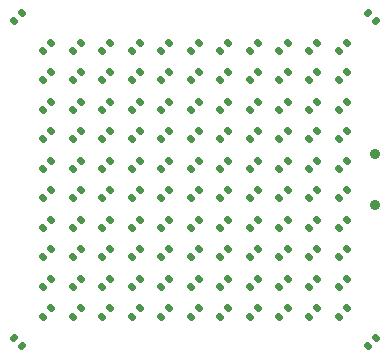
<source format=gbr>
%TF.GenerationSoftware,KiCad,Pcbnew,7.0.7*%
%TF.CreationDate,2023-11-05T15:43:27+10:00*%
%TF.ProjectId,LEDBoard,4c454442-6f61-4726-942e-6b696361645f,rev?*%
%TF.SameCoordinates,Original*%
%TF.FileFunction,Soldermask,Top*%
%TF.FilePolarity,Negative*%
%FSLAX46Y46*%
G04 Gerber Fmt 4.6, Leading zero omitted, Abs format (unit mm)*
G04 Created by KiCad (PCBNEW 7.0.7) date 2023-11-05 15:43:27*
%MOMM*%
%LPD*%
G01*
G04 APERTURE LIST*
G04 Aperture macros list*
%AMRoundRect*
0 Rectangle with rounded corners*
0 $1 Rounding radius*
0 $2 $3 $4 $5 $6 $7 $8 $9 X,Y pos of 4 corners*
0 Add a 4 corners polygon primitive as box body*
4,1,4,$2,$3,$4,$5,$6,$7,$8,$9,$2,$3,0*
0 Add four circle primitives for the rounded corners*
1,1,$1+$1,$2,$3*
1,1,$1+$1,$4,$5*
1,1,$1+$1,$6,$7*
1,1,$1+$1,$8,$9*
0 Add four rect primitives between the rounded corners*
20,1,$1+$1,$2,$3,$4,$5,0*
20,1,$1+$1,$4,$5,$6,$7,0*
20,1,$1+$1,$6,$7,$8,$9,0*
20,1,$1+$1,$8,$9,$2,$3,0*%
G04 Aperture macros list end*
%ADD10RoundRect,0.147500X0.017678X-0.226274X0.226274X-0.017678X-0.017678X0.226274X-0.226274X0.017678X0*%
%ADD11RoundRect,0.147500X0.226274X0.017678X0.017678X0.226274X-0.226274X-0.017678X-0.017678X-0.226274X0*%
%ADD12RoundRect,0.147500X-0.226274X-0.017678X-0.017678X-0.226274X0.226274X0.017678X0.017678X0.226274X0*%
%ADD13RoundRect,0.147500X-0.017678X0.226274X-0.226274X0.017678X0.017678X-0.226274X0.226274X-0.017678X0*%
%ADD14C,0.900000*%
G04 APERTURE END LIST*
D10*
%TO.C,D47*%
X27157053Y-14092947D03*
X27842947Y-13407053D03*
%TD*%
%TO.C,D108*%
X14657053Y-29092947D03*
X15342947Y-28407053D03*
%TD*%
%TO.C,D20*%
X14657053Y-9092947D03*
X15342947Y-8407053D03*
%TD*%
%TO.C,D62*%
X9657053Y-19092947D03*
X10342947Y-18407053D03*
%TD*%
%TO.C,D10*%
X17157053Y-6592947D03*
X17842947Y-5907053D03*
%TD*%
%TO.C,D73*%
X9657053Y-21592947D03*
X10342947Y-20907053D03*
%TD*%
%TO.C,D23*%
X22157053Y-9092947D03*
X22842947Y-8407053D03*
%TD*%
%TO.C,D12*%
X22157053Y-6592947D03*
X22842947Y-5907053D03*
%TD*%
%TO.C,D111*%
X22157053Y-29092947D03*
X22842947Y-28407053D03*
%TD*%
%TO.C,D56*%
X22157053Y-16592947D03*
X22842947Y-15907053D03*
%TD*%
%TO.C,D112*%
X24657053Y-29092947D03*
X25342947Y-28407053D03*
%TD*%
%TO.C,D88*%
X19657053Y-24092947D03*
X20342947Y-23407053D03*
%TD*%
%TO.C,D100*%
X22157053Y-26592947D03*
X22842947Y-25907053D03*
%TD*%
%TO.C,D1*%
X2157053Y-4092947D03*
X2842947Y-3407053D03*
%TD*%
%TO.C,D55*%
X19657053Y-16592947D03*
X20342947Y-15907053D03*
%TD*%
%TO.C,D114*%
X29657053Y-29092947D03*
X30342947Y-28407053D03*
%TD*%
%TO.C,D80*%
X27157053Y-21592947D03*
X27842947Y-20907053D03*
%TD*%
%TO.C,D66*%
X19657053Y-19092947D03*
X20342947Y-18407053D03*
%TD*%
%TO.C,D69*%
X27157053Y-19092947D03*
X27842947Y-18407053D03*
%TD*%
%TO.C,D39*%
X7157053Y-14092947D03*
X7842947Y-13407053D03*
%TD*%
%TO.C,D72*%
X7157053Y-21592947D03*
X7842947Y-20907053D03*
%TD*%
%TO.C,D57*%
X24657053Y-16592947D03*
X25342947Y-15907053D03*
%TD*%
%TO.C,D60*%
X4657053Y-19092947D03*
X5342947Y-18407053D03*
%TD*%
%TO.C,D17*%
X7157053Y-9092947D03*
X7842947Y-8407053D03*
%TD*%
%TO.C,D75*%
X14657053Y-21592947D03*
X15342947Y-20907053D03*
%TD*%
%TO.C,D33*%
X19657053Y-11592947D03*
X20342947Y-10907053D03*
%TD*%
%TO.C,D35*%
X24657053Y-11592947D03*
X25342947Y-10907053D03*
%TD*%
%TO.C,D52*%
X12157053Y-16592947D03*
X12842947Y-15907053D03*
%TD*%
%TO.C,D54*%
X17157053Y-16592947D03*
X17842947Y-15907053D03*
%TD*%
%TO.C,D13*%
X24657053Y-6592947D03*
X25342947Y-5907053D03*
%TD*%
%TO.C,D15*%
X29657053Y-6592947D03*
X30342947Y-5907053D03*
%TD*%
%TO.C,D96*%
X12157053Y-26592947D03*
X12842947Y-25907053D03*
%TD*%
%TO.C,D109*%
X17157053Y-29092947D03*
X17842947Y-28407053D03*
%TD*%
%TO.C,D65*%
X17157053Y-19092947D03*
X17842947Y-18407053D03*
%TD*%
%TO.C,D18*%
X9657053Y-9092947D03*
X10342947Y-8407053D03*
%TD*%
%TO.C,D40*%
X9657053Y-14092947D03*
X10342947Y-13407053D03*
%TD*%
%TO.C,D101*%
X24657053Y-26592947D03*
X25342947Y-25907053D03*
%TD*%
%TO.C,D84*%
X9657053Y-24092947D03*
X10342947Y-23407053D03*
%TD*%
%TO.C,D7*%
X9657053Y-6592947D03*
X10342947Y-5907053D03*
%TD*%
%TO.C,D29*%
X9657053Y-11592947D03*
X10342947Y-10907053D03*
%TD*%
%TO.C,D27*%
X4657053Y-11592947D03*
X5342947Y-10907053D03*
%TD*%
%TO.C,D113*%
X27157053Y-29092947D03*
X27842947Y-28407053D03*
%TD*%
D11*
%TO.C,D2*%
X32842947Y-4092947D03*
X32157053Y-3407053D03*
%TD*%
D10*
%TO.C,D95*%
X9657053Y-26592947D03*
X10342947Y-25907053D03*
%TD*%
%TO.C,D103*%
X29657053Y-26592947D03*
X30342947Y-25907053D03*
%TD*%
%TO.C,D78*%
X22157053Y-21592947D03*
X22842947Y-20907053D03*
%TD*%
%TO.C,D36*%
X27157053Y-11592947D03*
X27842947Y-10907053D03*
%TD*%
%TO.C,D31*%
X14657053Y-11592947D03*
X15342947Y-10907053D03*
%TD*%
%TO.C,D24*%
X24657053Y-9092947D03*
X25342947Y-8407053D03*
%TD*%
%TO.C,D25*%
X27157053Y-9092947D03*
X27842947Y-8407053D03*
%TD*%
%TO.C,D99*%
X19657053Y-26592947D03*
X20342947Y-25907053D03*
%TD*%
%TO.C,D49*%
X4657053Y-16592947D03*
X5342947Y-15907053D03*
%TD*%
D12*
%TO.C,D3*%
X2157053Y-30907053D03*
X2842947Y-31592947D03*
%TD*%
D10*
%TO.C,D105*%
X7157053Y-29092947D03*
X7842947Y-28407053D03*
%TD*%
%TO.C,D93*%
X4657053Y-26592947D03*
X5342947Y-25907053D03*
%TD*%
%TO.C,D46*%
X24657053Y-14092947D03*
X25342947Y-13407053D03*
%TD*%
%TO.C,D51*%
X9657053Y-16592947D03*
X10342947Y-15907053D03*
%TD*%
%TO.C,D79*%
X24657053Y-21592947D03*
X25342947Y-20907053D03*
%TD*%
%TO.C,D53*%
X14657053Y-16592947D03*
X15342947Y-15907053D03*
%TD*%
%TO.C,D6*%
X7157053Y-6592947D03*
X7842947Y-5907053D03*
%TD*%
%TO.C,D106*%
X9657053Y-29092947D03*
X10342947Y-28407053D03*
%TD*%
%TO.C,D82*%
X4657053Y-24092947D03*
X5342947Y-23407053D03*
%TD*%
%TO.C,D16*%
X4657053Y-9092947D03*
X5342947Y-8407053D03*
%TD*%
%TO.C,D68*%
X24657053Y-19092947D03*
X25342947Y-18407053D03*
%TD*%
%TO.C,D107*%
X12157053Y-29092947D03*
X12842947Y-28407053D03*
%TD*%
%TO.C,D34*%
X22157053Y-11592947D03*
X22842947Y-10907053D03*
%TD*%
%TO.C,D85*%
X12157053Y-24092947D03*
X12842947Y-23407053D03*
%TD*%
%TO.C,D8*%
X12157053Y-6592947D03*
X12842947Y-5907053D03*
%TD*%
%TO.C,D70*%
X29657053Y-19092947D03*
X30342947Y-18407053D03*
%TD*%
%TO.C,D21*%
X17157053Y-9092947D03*
X17842947Y-8407053D03*
%TD*%
%TO.C,D44*%
X19657053Y-14092947D03*
X20342947Y-13407053D03*
%TD*%
%TO.C,D92*%
X29657053Y-24092947D03*
X30342947Y-23407053D03*
%TD*%
%TO.C,D41*%
X12157053Y-14092947D03*
X12842947Y-13407053D03*
%TD*%
%TO.C,D91*%
X27157053Y-24092947D03*
X27842947Y-23407053D03*
%TD*%
%TO.C,D45*%
X22157053Y-14092947D03*
X22842947Y-13407053D03*
%TD*%
%TO.C,D11*%
X19657053Y-6592947D03*
X20342947Y-5907053D03*
%TD*%
%TO.C,D77*%
X19657053Y-21592947D03*
X20342947Y-20907053D03*
%TD*%
%TO.C,D83*%
X7157053Y-24092947D03*
X7842947Y-23407053D03*
%TD*%
%TO.C,D87*%
X17157053Y-24092947D03*
X17842947Y-23407053D03*
%TD*%
%TO.C,D89*%
X22157053Y-24092947D03*
X22842947Y-23407053D03*
%TD*%
D13*
%TO.C,D4*%
X32842947Y-30907053D03*
X32157053Y-31592947D03*
%TD*%
D10*
%TO.C,D9*%
X14657053Y-6592947D03*
X15342947Y-5907053D03*
%TD*%
%TO.C,D76*%
X17157053Y-21592947D03*
X17842947Y-20907053D03*
%TD*%
%TO.C,D50*%
X7157053Y-16592947D03*
X7842947Y-15907053D03*
%TD*%
%TO.C,D48*%
X29657053Y-14092947D03*
X30342947Y-13407053D03*
%TD*%
%TO.C,D74*%
X12157053Y-21592947D03*
X12842947Y-20907053D03*
%TD*%
%TO.C,D30*%
X12157053Y-11592947D03*
X12842947Y-10907053D03*
%TD*%
%TO.C,D14*%
X27157053Y-6592947D03*
X27842947Y-5907053D03*
%TD*%
%TO.C,D59*%
X29657053Y-16592947D03*
X30342947Y-15907053D03*
%TD*%
%TO.C,D19*%
X12157053Y-9092947D03*
X12842947Y-8407053D03*
%TD*%
%TO.C,D90*%
X24657053Y-24092947D03*
X25342947Y-23407053D03*
%TD*%
%TO.C,D43*%
X17157053Y-14092947D03*
X17842947Y-13407053D03*
%TD*%
%TO.C,D104*%
X4657053Y-29092947D03*
X5342947Y-28407053D03*
%TD*%
%TO.C,D61*%
X7157053Y-19092947D03*
X7842947Y-18407053D03*
%TD*%
%TO.C,D71*%
X4657053Y-21592947D03*
X5342947Y-20907053D03*
%TD*%
%TO.C,D32*%
X17157053Y-11592947D03*
X17842947Y-10907053D03*
%TD*%
%TO.C,D28*%
X7157053Y-11592947D03*
X7842947Y-10907053D03*
%TD*%
%TO.C,D63*%
X12157053Y-19092947D03*
X12842947Y-18407053D03*
%TD*%
%TO.C,D26*%
X29657053Y-9092947D03*
X30342947Y-8407053D03*
%TD*%
%TO.C,D22*%
X19657053Y-9092947D03*
X20342947Y-8407053D03*
%TD*%
%TO.C,D37*%
X29657053Y-11592947D03*
X30342947Y-10907053D03*
%TD*%
%TO.C,D97*%
X14657053Y-26592947D03*
X15342947Y-25907053D03*
%TD*%
%TO.C,D38*%
X4657053Y-14092947D03*
X5342947Y-13407053D03*
%TD*%
%TO.C,D67*%
X22157053Y-19092947D03*
X22842947Y-18407053D03*
%TD*%
%TO.C,D58*%
X27157053Y-16592947D03*
X27842947Y-15907053D03*
%TD*%
%TO.C,D81*%
X29657053Y-21592947D03*
X30342947Y-20907053D03*
%TD*%
%TO.C,D102*%
X27157053Y-26592947D03*
X27842947Y-25907053D03*
%TD*%
%TO.C,D110*%
X19657053Y-29092947D03*
X20342947Y-28407053D03*
%TD*%
%TO.C,D98*%
X17157053Y-26592947D03*
X17842947Y-25907053D03*
%TD*%
%TO.C,D42*%
X14657053Y-14092947D03*
X15342947Y-13407053D03*
%TD*%
%TO.C,D5*%
X4657053Y-6592947D03*
X5342947Y-5907053D03*
%TD*%
%TO.C,D64*%
X14657053Y-19092947D03*
X15342947Y-18407053D03*
%TD*%
%TO.C,D86*%
X14657053Y-24092947D03*
X15342947Y-23407053D03*
%TD*%
%TO.C,D94*%
X7157053Y-26592947D03*
X7842947Y-25907053D03*
%TD*%
D14*
%TO.C,SW1*%
X32750000Y-15375000D03*
X32750000Y-19625000D03*
%TD*%
M02*

</source>
